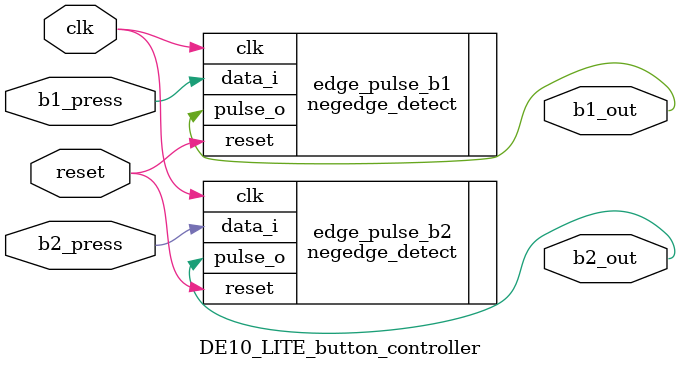
<source format=v>
module DE10_LITE_button_controller(
    input clk,
    input reset,
    input b1_press,
    input b2_press,

    output b1_out,
    output b2_out
);

wire b1_aux;
wire b2_aux;


`define SCHMITTRIG_DEBOUNCE
//`define DEBOUNCE_SLOWCK
//`define DEBOUNCE_DN
//`define DEBOUNCE_COUNTER
//`define DE10_LITE_button_debouncer


`ifdef SCHMITTRIG_DEBOUNCE
negedge_detect edge_pulse_b1(
    .clk(clk),
    .reset(reset),
    .data_i(b1_press),
    .pulse_o(b1_out)
);

negedge_detect edge_pulse_b2(
    .clk(clk),
    .reset(reset),
    .data_i(b2_press),
    .pulse_o(b2_out)
);
`endif 


`ifdef DEBOUNCE_SLOWCK
debounce debounce_b1(
    .inclk(clk),
    .b_in(b1_press),
    .b_out(b1_out)
);

debounce debounce_b2(
    .inclk(clk),
    .b_in(b2_press),
    .b_out(b2_out)
);
`endif

`ifdef DEBOUNCE_DN
debounce_dn debounce_b1(
    .clk(clk),
    .rst_n(reset),
    .data_i(b1_press),
    .data_o(b1_out)
);

debounce_dn debounce_b2(
    .clk(clk),
    .rst_n(reset),
    .data_i(b2_press),
    .data_o(b2_out)
);
`endif

`ifdef DEBOUNCE_COUNTER
debounce_counter debounce_b1(
    .clk(clk),
    .b_press(b1_press),
    .b_down(b1_out)
);

debounce_counter debounce_b2(
    .clk(clk),
    .b_press(b2_press),
    .b_down(b2_out)
);
`endif 

`ifdef DE10_LITE_button_debouncer
button_debouncer debounce_b1(
    .clk(clk),
    .rst(reset),
    .data_in(b1_press),
    .data_out(b1_out)
);

button_debouncer debounce_b2(
    .clk(clk),
    .rst(reset),
    .data_in(b2_press),
    .data_out(b2_out)
);

`endif 

endmodule
</source>
